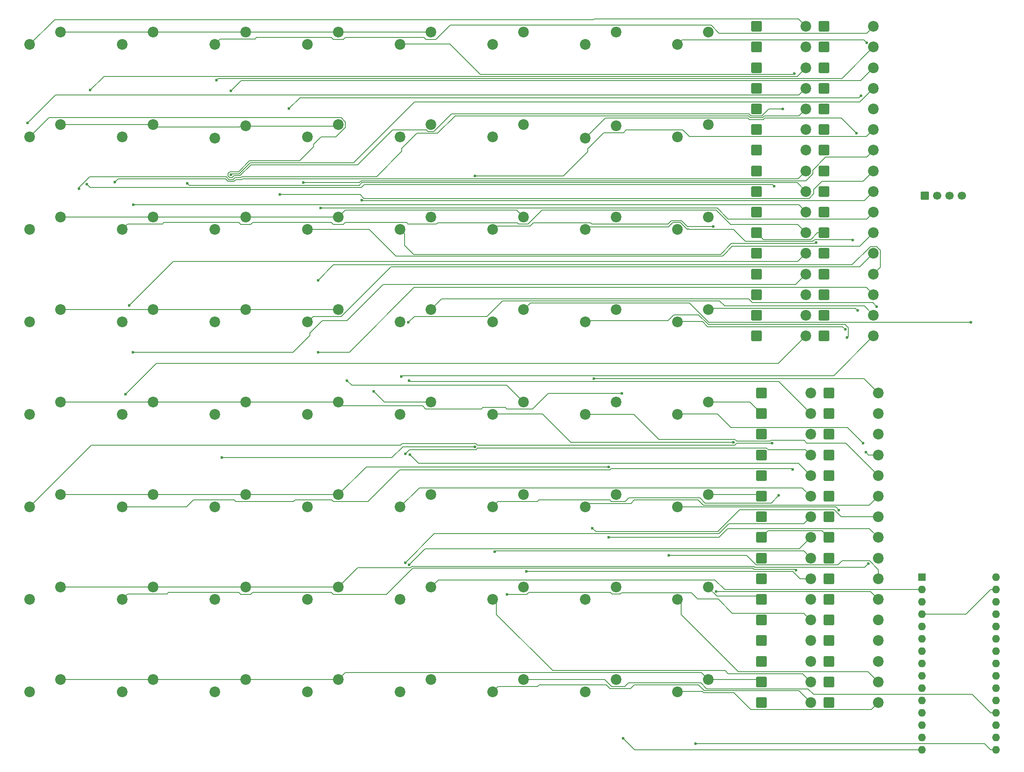
<source format=gbr>
%TF.GenerationSoftware,KiCad,Pcbnew,9.0.7*%
%TF.CreationDate,2026-02-25T16:19:16+04:00*%
%TF.ProjectId,Launchpad v1,4c61756e-6368-4706-9164-2076312e6b69,rev?*%
%TF.SameCoordinates,Original*%
%TF.FileFunction,Copper,L1,Top*%
%TF.FilePolarity,Positive*%
%FSLAX46Y46*%
G04 Gerber Fmt 4.6, Leading zero omitted, Abs format (unit mm)*
G04 Created by KiCad (PCBNEW 9.0.7) date 2026-02-25 16:19:16*
%MOMM*%
%LPD*%
G01*
G04 APERTURE LIST*
G04 Aperture macros list*
%AMRoundRect*
0 Rectangle with rounded corners*
0 $1 Rounding radius*
0 $2 $3 $4 $5 $6 $7 $8 $9 X,Y pos of 4 corners*
0 Add a 4 corners polygon primitive as box body*
4,1,4,$2,$3,$4,$5,$6,$7,$8,$9,$2,$3,0*
0 Add four circle primitives for the rounded corners*
1,1,$1+$1,$2,$3*
1,1,$1+$1,$4,$5*
1,1,$1+$1,$6,$7*
1,1,$1+$1,$8,$9*
0 Add four rect primitives between the rounded corners*
20,1,$1+$1,$2,$3,$4,$5,0*
20,1,$1+$1,$4,$5,$6,$7,0*
20,1,$1+$1,$6,$7,$8,$9,0*
20,1,$1+$1,$8,$9,$2,$3,0*%
G04 Aperture macros list end*
%TA.AperFunction,ComponentPad*%
%ADD10RoundRect,0.249999X-0.850001X-0.850001X0.850001X-0.850001X0.850001X0.850001X-0.850001X0.850001X0*%
%TD*%
%TA.AperFunction,ComponentPad*%
%ADD11C,2.200000*%
%TD*%
%TA.AperFunction,ComponentPad*%
%ADD12RoundRect,0.170000X-0.680000X-0.680000X0.680000X-0.680000X0.680000X0.680000X-0.680000X0.680000X0*%
%TD*%
%TA.AperFunction,ComponentPad*%
%ADD13C,1.700000*%
%TD*%
%TA.AperFunction,ComponentPad*%
%ADD14R,1.600000X1.600000*%
%TD*%
%TA.AperFunction,ComponentPad*%
%ADD15O,1.600000X1.600000*%
%TD*%
%TA.AperFunction,ViaPad*%
%ADD16C,0.600000*%
%TD*%
%TA.AperFunction,Conductor*%
%ADD17C,0.200000*%
%TD*%
G04 APERTURE END LIST*
D10*
%TO.P,D49,1,K*%
%TO.N,COL 1*%
X191868800Y-100193700D03*
D11*
%TO.P,D49,2,A*%
%TO.N,Net-(D49-A)*%
X202028800Y-100193700D03*
%TD*%
D10*
%TO.P,D50,1,K*%
%TO.N,COL 1*%
X191868800Y-104443700D03*
D11*
%TO.P,D50,2,A*%
%TO.N,Net-(D50-A)*%
X202028800Y-104443700D03*
%TD*%
D10*
%TO.P,D55,1,K*%
%TO.N,COL 1*%
X191868800Y-125693700D03*
D11*
%TO.P,D55,2,A*%
%TO.N,Net-(D55-A)*%
X202028800Y-125693700D03*
%TD*%
D10*
%TO.P,D51,1,K*%
%TO.N,COL 1*%
X191868800Y-108693700D03*
D11*
%TO.P,D51,2,A*%
%TO.N,Net-(D51-A)*%
X202028800Y-108693700D03*
%TD*%
D10*
%TO.P,D54,1,K*%
%TO.N,COL 1*%
X191868800Y-121443700D03*
D11*
%TO.P,D54,2,A*%
%TO.N,Net-(D54-A)*%
X202028800Y-121443700D03*
%TD*%
D10*
%TO.P,D56,1,K*%
%TO.N,COL 1*%
X191868800Y-129943700D03*
D11*
%TO.P,D56,2,A*%
%TO.N,Net-(D56-A)*%
X202028800Y-129943700D03*
%TD*%
D10*
%TO.P,D63,1,K*%
%TO.N,COL 1*%
X191868800Y-159693700D03*
D11*
%TO.P,D63,2,A*%
%TO.N,Net-(D63-A)*%
X202028800Y-159693700D03*
%TD*%
D10*
%TO.P,D52,1,K*%
%TO.N,COL 1*%
X191868800Y-112943700D03*
D11*
%TO.P,D52,2,A*%
%TO.N,Net-(D52-A)*%
X202028800Y-112943700D03*
%TD*%
D10*
%TO.P,D53,1,K*%
%TO.N,COL 1*%
X191868800Y-117193700D03*
D11*
%TO.P,D53,2,A*%
%TO.N,Net-(D53-A)*%
X202028800Y-117193700D03*
%TD*%
D10*
%TO.P,D60,1,K*%
%TO.N,COL 1*%
X191868800Y-146943700D03*
D11*
%TO.P,D60,2,A*%
%TO.N,Net-(D60-A)*%
X202028800Y-146943700D03*
%TD*%
D10*
%TO.P,D61,1,K*%
%TO.N,COL 1*%
X191868800Y-151193700D03*
D11*
%TO.P,D61,2,A*%
%TO.N,Net-(D61-A)*%
X202028800Y-151193700D03*
%TD*%
D10*
%TO.P,D57,1,K*%
%TO.N,COL 1*%
X191868800Y-134193700D03*
D11*
%TO.P,D57,2,A*%
%TO.N,Net-(D57-A)*%
X202028800Y-134193700D03*
%TD*%
D10*
%TO.P,D58,1,K*%
%TO.N,COL 1*%
X191868800Y-138443700D03*
D11*
%TO.P,D58,2,A*%
%TO.N,Net-(D58-A)*%
X202028800Y-138443700D03*
%TD*%
D10*
%TO.P,D59,1,K*%
%TO.N,COL 1*%
X191868800Y-142693700D03*
D11*
%TO.P,D59,2,A*%
%TO.N,Net-(D59-A)*%
X202028800Y-142693700D03*
%TD*%
D10*
%TO.P,D62,1,K*%
%TO.N,COL 1*%
X191868800Y-155443700D03*
D11*
%TO.P,D62,2,A*%
%TO.N,Net-(D62-A)*%
X202028800Y-155443700D03*
%TD*%
%TO.P,SW59,2,2*%
%TO.N,Net-(D59-A)*%
X160710000Y-66516200D03*
%TO.P,SW59,1,1*%
%TO.N,COL 2*%
X167060000Y-63976200D03*
%TD*%
%TO.P,SW57,1,1*%
%TO.N,COL 2*%
X167060000Y-25876200D03*
%TO.P,SW57,2,2*%
%TO.N,Net-(D57-A)*%
X160710000Y-28416200D03*
%TD*%
%TO.P,SW58,1,1*%
%TO.N,COL 2*%
X167060000Y-44926200D03*
%TO.P,SW58,2,2*%
%TO.N,Net-(D58-A)*%
X160710000Y-47466200D03*
%TD*%
%TO.P,SW60,2,2*%
%TO.N,Net-(D60-A)*%
X160710000Y-85566200D03*
%TO.P,SW60,1,1*%
%TO.N,COL 2*%
X167060000Y-83026200D03*
%TD*%
%TO.P,D31,2,A*%
%TO.N,Net-(D31-A)*%
X201037500Y-84187500D03*
D10*
%TO.P,D31,1,K*%
%TO.N,COL 1*%
X190877500Y-84187500D03*
%TD*%
D11*
%TO.P,D35,2,A*%
%TO.N,Net-(D35-A)*%
X188118800Y-108693700D03*
D10*
%TO.P,D35,1,K*%
%TO.N,COL 1*%
X177958800Y-108693700D03*
%TD*%
D11*
%TO.P,D33,2,A*%
%TO.N,Net-(D33-A)*%
X188118800Y-100193700D03*
D10*
%TO.P,D33,1,K*%
%TO.N,COL 1*%
X177958800Y-100193700D03*
%TD*%
D11*
%TO.P,D40,2,A*%
%TO.N,Net-(D40-A)*%
X188118800Y-129943700D03*
D10*
%TO.P,D40,1,K*%
%TO.N,COL 1*%
X177958800Y-129943700D03*
%TD*%
D11*
%TO.P,D38,2,A*%
%TO.N,Net-(D38-A)*%
X188118800Y-121443700D03*
D10*
%TO.P,D38,1,K*%
%TO.N,COL 1*%
X177958800Y-121443700D03*
%TD*%
D11*
%TO.P,D43,2,A*%
%TO.N,Net-(D43-A)*%
X188118800Y-142693700D03*
D10*
%TO.P,D43,1,K*%
%TO.N,COL 1*%
X177958800Y-142693700D03*
%TD*%
D11*
%TO.P,D34,2,A*%
%TO.N,Net-(D34-A)*%
X188118800Y-104443700D03*
D10*
%TO.P,D34,1,K*%
%TO.N,COL 1*%
X177958800Y-104443700D03*
%TD*%
D11*
%TO.P,D36,2,A*%
%TO.N,Net-(D36-A)*%
X188118800Y-112943700D03*
D10*
%TO.P,D36,1,K*%
%TO.N,COL 1*%
X177958800Y-112943700D03*
%TD*%
D11*
%TO.P,D30,2,A*%
%TO.N,Net-(D30-A)*%
X201037500Y-79937500D03*
D10*
%TO.P,D30,1,K*%
%TO.N,COL 1*%
X190877500Y-79937500D03*
%TD*%
D11*
%TO.P,D32,2,A*%
%TO.N,Net-(D32-A)*%
X201037500Y-88437500D03*
D10*
%TO.P,D32,1,K*%
%TO.N,COL 1*%
X190877500Y-88437500D03*
%TD*%
D11*
%TO.P,D37,2,A*%
%TO.N,Net-(D37-A)*%
X188118800Y-117193700D03*
D10*
%TO.P,D37,1,K*%
%TO.N,COL 1*%
X177958800Y-117193700D03*
%TD*%
D11*
%TO.P,D39,2,A*%
%TO.N,Net-(D39-A)*%
X188118800Y-125693700D03*
D10*
%TO.P,D39,1,K*%
%TO.N,COL 1*%
X177958800Y-125693700D03*
%TD*%
D11*
%TO.P,D41,2,A*%
%TO.N,Net-(D41-A)*%
X188118800Y-134193700D03*
D10*
%TO.P,D41,1,K*%
%TO.N,COL 1*%
X177958800Y-134193700D03*
%TD*%
D11*
%TO.P,D42,2,A*%
%TO.N,Net-(D42-A)*%
X188118800Y-138443700D03*
D10*
%TO.P,D42,1,K*%
%TO.N,COL 1*%
X177958800Y-138443700D03*
%TD*%
D11*
%TO.P,D48,2,A*%
%TO.N,Net-(D48-A)*%
X188118800Y-163943700D03*
D10*
%TO.P,D48,1,K*%
%TO.N,COL 1*%
X177958800Y-163943700D03*
%TD*%
D11*
%TO.P,D44,2,A*%
%TO.N,Net-(D44-A)*%
X188118800Y-146943700D03*
D10*
%TO.P,D44,1,K*%
%TO.N,COL 1*%
X177958800Y-146943700D03*
%TD*%
D11*
%TO.P,D47,2,A*%
%TO.N,Net-(D47-A)*%
X188118800Y-159693700D03*
D10*
%TO.P,D47,1,K*%
%TO.N,COL 1*%
X177958800Y-159693700D03*
%TD*%
D11*
%TO.P,D46,2,A*%
%TO.N,Net-(D46-A)*%
X188118800Y-155443700D03*
D10*
%TO.P,D46,1,K*%
%TO.N,COL 1*%
X177958800Y-155443700D03*
%TD*%
D11*
%TO.P,D45,2,A*%
%TO.N,Net-(D45-A)*%
X188118800Y-151193700D03*
D10*
%TO.P,D45,1,K*%
%TO.N,COL 1*%
X177958800Y-151193700D03*
%TD*%
D11*
%TO.P,D64,2,A*%
%TO.N,Net-(D64-A)*%
X202028800Y-163943700D03*
D10*
%TO.P,D64,1,K*%
%TO.N,COL 1*%
X191868800Y-163943700D03*
%TD*%
D11*
%TO.P,D1,2,A*%
%TO.N,Net-(D1-A)*%
X187127500Y-24687500D03*
D10*
%TO.P,D1,1,K*%
%TO.N,COL 1*%
X176967500Y-24687500D03*
%TD*%
D11*
%TO.P,D5,2,A*%
%TO.N,Net-(D5-A)*%
X187127500Y-41687500D03*
D10*
%TO.P,D5,1,K*%
%TO.N,COL 1*%
X176967500Y-41687500D03*
%TD*%
D11*
%TO.P,D2,2,A*%
%TO.N,Net-(D2-A)*%
X187127500Y-28937500D03*
D10*
%TO.P,D2,1,K*%
%TO.N,COL 1*%
X176967500Y-28937500D03*
%TD*%
D11*
%TO.P,D8,2,A*%
%TO.N,Net-(D8-A)*%
X187127500Y-54437500D03*
D10*
%TO.P,D8,1,K*%
%TO.N,COL 1*%
X176967500Y-54437500D03*
%TD*%
D11*
%TO.P,D3,2,A*%
%TO.N,Net-(D3-A)*%
X187127500Y-33187500D03*
D10*
%TO.P,D3,1,K*%
%TO.N,COL 1*%
X176967500Y-33187500D03*
%TD*%
D11*
%TO.P,D4,2,A*%
%TO.N,Net-(D4-A)*%
X187127500Y-37437500D03*
D10*
%TO.P,D4,1,K*%
%TO.N,COL 1*%
X176967500Y-37437500D03*
%TD*%
D11*
%TO.P,D6,2,A*%
%TO.N,Net-(D6-A)*%
X187127500Y-45937500D03*
D10*
%TO.P,D6,1,K*%
%TO.N,COL 1*%
X176967500Y-45937500D03*
%TD*%
D11*
%TO.P,D7,2,A*%
%TO.N,Net-(D7-A)*%
X187127500Y-50187500D03*
D10*
%TO.P,D7,1,K*%
%TO.N,COL 1*%
X176967500Y-50187500D03*
%TD*%
D11*
%TO.P,D12,2,A*%
%TO.N,Net-(D12-A)*%
X187127500Y-71437500D03*
D10*
%TO.P,D12,1,K*%
%TO.N,COL 1*%
X176967500Y-71437500D03*
%TD*%
D11*
%TO.P,D13,2,A*%
%TO.N,Net-(D13-A)*%
X187127500Y-75687500D03*
D10*
%TO.P,D13,1,K*%
%TO.N,COL 1*%
X176967500Y-75687500D03*
%TD*%
D11*
%TO.P,D19,2,A*%
%TO.N,Net-(D19-A)*%
X201037500Y-33187500D03*
D10*
%TO.P,D19,1,K*%
%TO.N,COL 1*%
X190877500Y-33187500D03*
%TD*%
D11*
%TO.P,D17,2,A*%
%TO.N,Net-(D17-A)*%
X201037500Y-24687500D03*
D10*
%TO.P,D17,1,K*%
%TO.N,COL 1*%
X190877500Y-24687500D03*
%TD*%
D11*
%TO.P,D15,2,A*%
%TO.N,Net-(D15-A)*%
X187127500Y-84187500D03*
D10*
%TO.P,D15,1,K*%
%TO.N,COL 1*%
X176967500Y-84187500D03*
%TD*%
D11*
%TO.P,D14,2,A*%
%TO.N,Net-(D14-A)*%
X187127500Y-79937500D03*
D10*
%TO.P,D14,1,K*%
%TO.N,COL 1*%
X176967500Y-79937500D03*
%TD*%
D11*
%TO.P,D9,2,A*%
%TO.N,Net-(D9-A)*%
X187127500Y-58687500D03*
D10*
%TO.P,D9,1,K*%
%TO.N,COL 1*%
X176967500Y-58687500D03*
%TD*%
D11*
%TO.P,D10,2,A*%
%TO.N,Net-(D10-A)*%
X187127500Y-62937500D03*
D10*
%TO.P,D10,1,K*%
%TO.N,COL 1*%
X176967500Y-62937500D03*
%TD*%
D11*
%TO.P,D11,2,A*%
%TO.N,Net-(D11-A)*%
X187127500Y-67187500D03*
D10*
%TO.P,D11,1,K*%
%TO.N,COL 1*%
X176967500Y-67187500D03*
%TD*%
D11*
%TO.P,D16,2,A*%
%TO.N,Net-(D16-A)*%
X187127500Y-88437500D03*
D10*
%TO.P,D16,1,K*%
%TO.N,COL 1*%
X176967500Y-88437500D03*
%TD*%
D11*
%TO.P,D18,2,A*%
%TO.N,Net-(D18-A)*%
X201037500Y-28937500D03*
D10*
%TO.P,D18,1,K*%
%TO.N,COL 1*%
X190877500Y-28937500D03*
%TD*%
D11*
%TO.P,D24,2,A*%
%TO.N,Net-(D24-A)*%
X201037500Y-54437500D03*
D10*
%TO.P,D24,1,K*%
%TO.N,COL 1*%
X190877500Y-54437500D03*
%TD*%
D11*
%TO.P,D23,2,A*%
%TO.N,Net-(D23-A)*%
X201037500Y-50187500D03*
D10*
%TO.P,D23,1,K*%
%TO.N,COL 1*%
X190877500Y-50187500D03*
%TD*%
D11*
%TO.P,D26,2,A*%
%TO.N,Net-(D26-A)*%
X201037500Y-62937500D03*
D10*
%TO.P,D26,1,K*%
%TO.N,COL 1*%
X190877500Y-62937500D03*
%TD*%
D11*
%TO.P,D21,2,A*%
%TO.N,Net-(D21-A)*%
X201037500Y-41687500D03*
D10*
%TO.P,D21,1,K*%
%TO.N,COL 1*%
X190877500Y-41687500D03*
%TD*%
D11*
%TO.P,D22,2,A*%
%TO.N,Net-(D22-A)*%
X201037500Y-45937500D03*
D10*
%TO.P,D22,1,K*%
%TO.N,COL 1*%
X190877500Y-45937500D03*
%TD*%
D11*
%TO.P,D27,2,A*%
%TO.N,Net-(D27-A)*%
X201037500Y-67187500D03*
D10*
%TO.P,D27,1,K*%
%TO.N,COL 1*%
X190877500Y-67187500D03*
%TD*%
D11*
%TO.P,D28,2,A*%
%TO.N,Net-(D28-A)*%
X201037500Y-71437500D03*
D10*
%TO.P,D28,1,K*%
%TO.N,COL 1*%
X190877500Y-71437500D03*
%TD*%
D11*
%TO.P,D20,2,A*%
%TO.N,Net-(D20-A)*%
X201037500Y-37437500D03*
D10*
%TO.P,D20,1,K*%
%TO.N,COL 1*%
X190877500Y-37437500D03*
%TD*%
D11*
%TO.P,D25,2,A*%
%TO.N,Net-(D25-A)*%
X201037500Y-58687500D03*
D10*
%TO.P,D25,1,K*%
%TO.N,COL 1*%
X190877500Y-58687500D03*
%TD*%
D11*
%TO.P,D29,2,A*%
%TO.N,Net-(D29-A)*%
X201037500Y-75687500D03*
D10*
%TO.P,D29,1,K*%
%TO.N,COL 1*%
X190877500Y-75687500D03*
%TD*%
D11*
%TO.P,SW61,1,1*%
%TO.N,COL 1*%
X167060000Y-102076200D03*
%TO.P,SW61,2,2*%
%TO.N,Net-(D61-A)*%
X160710000Y-104616200D03*
%TD*%
%TO.P,SW63,1,1*%
%TO.N,COL 1*%
X167060000Y-140176200D03*
%TO.P,SW63,2,2*%
%TO.N,Net-(D63-A)*%
X160710000Y-142716200D03*
%TD*%
%TO.P,SW62,1,1*%
%TO.N,COL 1*%
X167060000Y-121126200D03*
%TO.P,SW62,2,2*%
%TO.N,Net-(D62-A)*%
X160710000Y-123666200D03*
%TD*%
%TO.P,SW64,1,1*%
%TO.N,COL 1*%
X167060000Y-159226200D03*
%TO.P,SW64,2,2*%
%TO.N,Net-(D64-A)*%
X160710000Y-161766200D03*
%TD*%
%TO.P,SW48,2,2*%
%TO.N,Net-(D48-A)*%
X122713800Y-161766200D03*
%TO.P,SW48,1,1*%
%TO.N,COL 5*%
X129063800Y-159226200D03*
%TD*%
%TO.P,SW47,2,2*%
%TO.N,Net-(D47-A)*%
X122713800Y-142716200D03*
%TO.P,SW47,1,1*%
%TO.N,COL 5*%
X129063800Y-140176200D03*
%TD*%
%TO.P,SW46,2,2*%
%TO.N,Net-(D46-A)*%
X122713800Y-123666200D03*
%TO.P,SW46,1,1*%
%TO.N,COL 5*%
X129063800Y-121126200D03*
%TD*%
%TO.P,SW45,2,2*%
%TO.N,Net-(D45-A)*%
X122713800Y-104616200D03*
%TO.P,SW45,1,1*%
%TO.N,COL 5*%
X129063800Y-102076200D03*
%TD*%
%TO.P,SW43,2,2*%
%TO.N,Net-(D43-A)*%
X122713800Y-66516200D03*
%TO.P,SW43,1,1*%
%TO.N,COL 6*%
X129063800Y-63976200D03*
%TD*%
%TO.P,SW39,2,2*%
%TO.N,Net-(D39-A)*%
X103663800Y-142716200D03*
%TO.P,SW39,1,1*%
%TO.N,COL 7*%
X110013800Y-140176200D03*
%TD*%
%TO.P,SW38,2,2*%
%TO.N,Net-(D38-A)*%
X103663800Y-123666200D03*
%TO.P,SW38,1,1*%
%TO.N,COL 7*%
X110013800Y-121126200D03*
%TD*%
%TO.P,SW37,2,2*%
%TO.N,Net-(D37-A)*%
X103663800Y-104616200D03*
%TO.P,SW37,1,1*%
%TO.N,COL 7*%
X110013800Y-102076200D03*
%TD*%
%TO.P,SW35,2,2*%
%TO.N,Net-(D35-A)*%
X103663800Y-66516200D03*
%TO.P,SW35,1,1*%
%TO.N,COL 8*%
X110013800Y-63976200D03*
%TD*%
%TO.P,SW32,2,2*%
%TO.N,Net-(D32-A)*%
X84613800Y-161766200D03*
%TO.P,SW32,1,1*%
%TO.N,COL 1*%
X90963800Y-159226200D03*
%TD*%
%TO.P,SW41,2,2*%
%TO.N,Net-(D41-A)*%
X122713800Y-28416200D03*
%TO.P,SW41,1,1*%
%TO.N,COL 6*%
X129063800Y-25876200D03*
%TD*%
%TO.P,SW44,2,2*%
%TO.N,Net-(D44-A)*%
X122713800Y-85566200D03*
%TO.P,SW44,1,1*%
%TO.N,COL 6*%
X129063800Y-83026200D03*
%TD*%
%TO.P,SW42,2,2*%
%TO.N,Net-(D42-A)*%
X122713800Y-47466200D03*
%TO.P,SW42,1,1*%
%TO.N,COL 6*%
X129063800Y-44926200D03*
%TD*%
%TO.P,SW40,2,2*%
%TO.N,Net-(D40-A)*%
X103663800Y-161766200D03*
%TO.P,SW40,1,1*%
%TO.N,COL 7*%
X110013800Y-159226200D03*
%TD*%
%TO.P,SW34,2,2*%
%TO.N,Net-(D34-A)*%
X103663800Y-47466200D03*
%TO.P,SW34,1,1*%
%TO.N,COL 8*%
X110013800Y-44926200D03*
%TD*%
%TO.P,SW30,2,2*%
%TO.N,Net-(D30-A)*%
X84613800Y-123666200D03*
%TO.P,SW30,1,1*%
%TO.N,COL 3*%
X90963800Y-121126200D03*
%TD*%
%TO.P,SW36,2,2*%
%TO.N,Net-(D36-A)*%
X103663800Y-85566200D03*
%TO.P,SW36,1,1*%
%TO.N,COL 8*%
X110013800Y-83026200D03*
%TD*%
%TO.P,SW33,2,2*%
%TO.N,Net-(D33-A)*%
X103663800Y-28416200D03*
%TO.P,SW33,1,1*%
%TO.N,COL 8*%
X110013800Y-25876200D03*
%TD*%
%TO.P,SW31,2,2*%
%TO.N,Net-(D31-A)*%
X84613800Y-142716200D03*
%TO.P,SW31,1,1*%
%TO.N,COL 2*%
X90963800Y-140176200D03*
%TD*%
%TO.P,SW29,2,2*%
%TO.N,Net-(D29-A)*%
X84613800Y-104616200D03*
%TO.P,SW29,1,1*%
%TO.N,COL 4*%
X90963800Y-102076200D03*
%TD*%
%TO.P,SW26,2,2*%
%TO.N,Net-(D26-A)*%
X84613800Y-47466200D03*
%TO.P,SW26,1,1*%
%TO.N,COL 7*%
X90963800Y-44926200D03*
%TD*%
%TO.P,SW25,2,2*%
%TO.N,Net-(D25-A)*%
X84613800Y-28416200D03*
%TO.P,SW25,1,1*%
%TO.N,COL 8*%
X90963800Y-25876200D03*
%TD*%
%TO.P,SW28,2,2*%
%TO.N,Net-(D28-A)*%
X84613800Y-85566200D03*
%TO.P,SW28,1,1*%
%TO.N,COL 5*%
X90963800Y-83026200D03*
%TD*%
%TO.P,SW27,2,2*%
%TO.N,Net-(D27-A)*%
X84613800Y-66516200D03*
%TO.P,SW27,1,1*%
%TO.N,COL 6*%
X90963800Y-63976200D03*
%TD*%
%TO.P,SW22,2,2*%
%TO.N,Net-(D22-A)*%
X65563800Y-123666200D03*
%TO.P,SW22,1,1*%
%TO.N,COL 3*%
X71913800Y-121126200D03*
%TD*%
%TO.P,SW19,2,2*%
%TO.N,Net-(D19-A)*%
X65563800Y-66516200D03*
%TO.P,SW19,1,1*%
%TO.N,COL 6*%
X71913800Y-63976200D03*
%TD*%
%TO.P,SW24,2,2*%
%TO.N,Net-(D24-A)*%
X65563800Y-161766200D03*
%TO.P,SW24,1,1*%
%TO.N,COL 1*%
X71913800Y-159226200D03*
%TD*%
%TO.P,SW16,2,2*%
%TO.N,Net-(D16-A)*%
X46513800Y-161766200D03*
%TO.P,SW16,1,1*%
%TO.N,COL 1*%
X52863800Y-159226200D03*
%TD*%
%TO.P,SW21,2,2*%
%TO.N,Net-(D21-A)*%
X65563800Y-104616200D03*
%TO.P,SW21,1,1*%
%TO.N,COL 4*%
X71913800Y-102076200D03*
%TD*%
%TO.P,SW18,2,2*%
%TO.N,Net-(D18-A)*%
X65563800Y-47681200D03*
%TO.P,SW18,1,1*%
%TO.N,COL 7*%
X71913800Y-45141200D03*
%TD*%
%TO.P,SW17,2,2*%
%TO.N,Net-(D17-A)*%
X65563800Y-28416200D03*
%TO.P,SW17,1,1*%
%TO.N,COL 8*%
X71913800Y-25876200D03*
%TD*%
%TO.P,SW23,2,2*%
%TO.N,Net-(D23-A)*%
X65563800Y-142716200D03*
%TO.P,SW23,1,1*%
%TO.N,COL 2*%
X71913800Y-140176200D03*
%TD*%
%TO.P,SW20,2,2*%
%TO.N,Net-(D20-A)*%
X65563800Y-85566200D03*
%TO.P,SW20,1,1*%
%TO.N,COL 5*%
X71913800Y-83026200D03*
%TD*%
%TO.P,SW15,2,2*%
%TO.N,Net-(D15-A)*%
X46513800Y-142716200D03*
%TO.P,SW15,1,1*%
%TO.N,COL 2*%
X52863800Y-140176200D03*
%TD*%
%TO.P,SW14,2,2*%
%TO.N,Net-(D14-A)*%
X46513800Y-123666200D03*
%TO.P,SW14,1,1*%
%TO.N,COL 3*%
X52863800Y-121126200D03*
%TD*%
%TO.P,SW12,2,2*%
%TO.N,Net-(D12-A)*%
X46513800Y-85566200D03*
%TO.P,SW12,1,1*%
%TO.N,COL 5*%
X52863800Y-83026200D03*
%TD*%
%TO.P,SW11,2,2*%
%TO.N,Net-(D11-A)*%
X46513800Y-66516200D03*
%TO.P,SW11,1,1*%
%TO.N,COL 6*%
X52863800Y-63976200D03*
%TD*%
%TO.P,SW9,2,2*%
%TO.N,Net-(D9-A)*%
X46513800Y-28416200D03*
%TO.P,SW9,1,1*%
%TO.N,COL 8*%
X52863800Y-25876200D03*
%TD*%
%TO.P,SW8,2,2*%
%TO.N,Net-(D8-A)*%
X27463800Y-161766200D03*
%TO.P,SW8,1,1*%
%TO.N,COL 1*%
X33813800Y-159226200D03*
%TD*%
%TO.P,SW4,2,2*%
%TO.N,Net-(D4-A)*%
X27463800Y-85566200D03*
%TO.P,SW4,1,1*%
%TO.N,COL 5*%
X33813800Y-83026200D03*
%TD*%
%TO.P,SW7,2,2*%
%TO.N,Net-(D7-A)*%
X27463800Y-142716200D03*
%TO.P,SW7,1,1*%
%TO.N,COL 2*%
X33813800Y-140176200D03*
%TD*%
%TO.P,SW6,2,2*%
%TO.N,Net-(D6-A)*%
X27463800Y-123666200D03*
%TO.P,SW6,1,1*%
%TO.N,COL 3*%
X33813800Y-121126200D03*
%TD*%
%TO.P,SW13,2,2*%
%TO.N,Net-(D13-A)*%
X46513800Y-104616200D03*
%TO.P,SW13,1,1*%
%TO.N,COL 4*%
X52863800Y-102076200D03*
%TD*%
%TO.P,SW2,2,2*%
%TO.N,Net-(D2-A)*%
X27463800Y-47466200D03*
%TO.P,SW2,1,1*%
%TO.N,COL 7*%
X33813800Y-44926200D03*
%TD*%
%TO.P,SW10,2,2*%
%TO.N,Net-(D10-A)*%
X46513800Y-47466200D03*
%TO.P,SW10,1,1*%
%TO.N,COL 7*%
X52863800Y-44926200D03*
%TD*%
%TO.P,SW5,2,2*%
%TO.N,Net-(D5-A)*%
X27463800Y-104616200D03*
%TO.P,SW5,1,1*%
%TO.N,COL 4*%
X33813800Y-102076200D03*
%TD*%
%TO.P,SW3,2,2*%
%TO.N,Net-(D3-A)*%
X27463800Y-66516200D03*
%TO.P,SW3,1,1*%
%TO.N,COL 6*%
X33813800Y-63976200D03*
%TD*%
%TO.P,SW1,2,2*%
%TO.N,Net-(D1-A)*%
X27463800Y-28416200D03*
%TO.P,SW1,1,1*%
%TO.N,COL 8*%
X33813800Y-25876200D03*
%TD*%
%TO.P,SW56,2,2*%
%TO.N,Net-(D56-A)*%
X141763800Y-161766200D03*
%TO.P,SW56,1,1*%
%TO.N,COL 3*%
X148113800Y-159226200D03*
%TD*%
%TO.P,SW51,2,2*%
%TO.N,Net-(D51-A)*%
X141763800Y-66516200D03*
%TO.P,SW51,1,1*%
%TO.N,COL 4*%
X148113800Y-63976200D03*
%TD*%
%TO.P,SW53,2,2*%
%TO.N,Net-(D53-A)*%
X141763800Y-104616200D03*
%TO.P,SW53,1,1*%
%TO.N,COL 3*%
X148113800Y-102076200D03*
%TD*%
%TO.P,SW54,2,2*%
%TO.N,Net-(D54-A)*%
X141763800Y-123666200D03*
%TO.P,SW54,1,1*%
%TO.N,COL 3*%
X148113800Y-121126200D03*
%TD*%
%TO.P,SW52,2,2*%
%TO.N,Net-(D52-A)*%
X141763800Y-85566200D03*
%TO.P,SW52,1,1*%
%TO.N,COL 4*%
X148113800Y-83026200D03*
%TD*%
%TO.P,SW49,2,2*%
%TO.N,Net-(D49-A)*%
X141763800Y-28416200D03*
%TO.P,SW49,1,1*%
%TO.N,COL 4*%
X148113800Y-25876200D03*
%TD*%
%TO.P,SW50,2,2*%
%TO.N,Net-(D50-A)*%
X141763800Y-47681200D03*
%TO.P,SW50,1,1*%
%TO.N,COL 4*%
X148113800Y-45141200D03*
%TD*%
%TO.P,SW55,2,2*%
%TO.N,Net-(D55-A)*%
X141763800Y-142716200D03*
%TO.P,SW55,1,1*%
%TO.N,COL 3*%
X148113800Y-140176200D03*
%TD*%
D12*
%TO.P,U1,1,GND*%
%TO.N,GND*%
X211613800Y-59531200D03*
D13*
%TO.P,U1,2,VCC*%
%TO.N,Net-(A1-+5V)*%
X214153800Y-59531200D03*
%TO.P,U1,3,SCL*%
%TO.N,SCL*%
X216693800Y-59531200D03*
%TO.P,U1,4,SDA*%
%TO.N,SDA*%
X219233800Y-59531200D03*
%TD*%
D14*
%TO.P,A1,1,TX1*%
%TO.N,COL 8*%
X210978800Y-138112500D03*
D15*
%TO.P,A1,2,RX1*%
%TO.N,COL 7*%
X210978800Y-140652500D03*
%TO.P,A1,3,~{RESET}*%
%TO.N,unconnected-(A1-~{RESET}-Pad3)*%
X210978800Y-143192500D03*
%TO.P,A1,4,GND*%
%TO.N,GND*%
X210978800Y-145732500D03*
%TO.P,A1,5,D2*%
%TO.N,COL 1*%
X210978800Y-148272500D03*
%TO.P,A1,6,D3*%
X210978800Y-150812500D03*
%TO.P,A1,7,D4*%
X210978800Y-153352500D03*
%TO.P,A1,8,D5*%
X210978800Y-155892500D03*
%TO.P,A1,9,D6*%
X210978800Y-158432500D03*
%TO.P,A1,10,D7*%
X210978800Y-160972500D03*
%TO.P,A1,11,D8*%
X210978800Y-163512500D03*
%TO.P,A1,12,D9*%
X210978800Y-166052500D03*
%TO.P,A1,13,D10*%
X210978800Y-168592500D03*
%TO.P,A1,14,MOSI*%
%TO.N,COL 2*%
X210978800Y-171132500D03*
%TO.P,A1,15,MISO*%
%TO.N,COL 3*%
X210978800Y-173672500D03*
%TO.P,A1,16,SCK*%
%TO.N,COL 4*%
X226218800Y-173672500D03*
%TO.P,A1,17,3V3*%
%TO.N,unconnected-(A1-3V3-Pad17)*%
X226218800Y-171132500D03*
%TO.P,A1,18,AREF*%
%TO.N,unconnected-(A1-AREF-Pad18)*%
X226218800Y-168592500D03*
%TO.P,A1,19,A0*%
%TO.N,COL 5*%
X226218800Y-166052500D03*
%TO.P,A1,20,A1*%
%TO.N,COL 6*%
X226218800Y-163512500D03*
%TO.P,A1,21,A2*%
%TO.N,unconnected-(A1-A2-Pad21)*%
X226218800Y-160972500D03*
%TO.P,A1,22,A3*%
%TO.N,unconnected-(A1-A3-Pad22)*%
X226218800Y-158432500D03*
%TO.P,A1,23,SDA/A4*%
%TO.N,SDA*%
X226218800Y-155892500D03*
%TO.P,A1,24,SCL/A5*%
%TO.N,SCL*%
X226218800Y-153352500D03*
%TO.P,A1,25,A6*%
%TO.N,unconnected-(A1-A6-Pad25)*%
X226218800Y-150812500D03*
%TO.P,A1,26,A7*%
%TO.N,unconnected-(A1-A7-Pad26)*%
X226218800Y-148272500D03*
%TO.P,A1,27,+5V*%
%TO.N,Net-(A1-+5V)*%
X226218800Y-145732500D03*
%TO.P,A1,28,~{RESET}*%
%TO.N,unconnected-(A1-~{RESET}-Pad28)*%
X226218800Y-143192500D03*
%TO.P,A1,29,GND*%
%TO.N,GND*%
X226218800Y-140652500D03*
%TO.P,A1,30,VIN*%
%TO.N,unconnected-(A1-VIN-Pad30)*%
X226218800Y-138112500D03*
%TD*%
D16*
%TO.N,Net-(D62-A)*%
X193921300Y-124303800D03*
%TO.N,Net-(D61-A)*%
X198860500Y-110514500D03*
%TO.N,Net-(D60-A)*%
X195210600Y-87054200D03*
%TO.N,Net-(D59-A)*%
X168651600Y-141048700D03*
%TO.N,Net-(D58-A)*%
X158895500Y-133661700D03*
%TO.N,Net-(D57-A)*%
X199638400Y-28032000D03*
%TO.N,Net-(D56-A)*%
X146538100Y-129928100D03*
%TO.N,Net-(D55-A)*%
X143184400Y-128024500D03*
%TO.N,Net-(D52-A)*%
X195574500Y-88807900D03*
X199460500Y-112368500D03*
%TO.N,Net-(D51-A)*%
X196817800Y-68664400D03*
%TO.N,Net-(D50-A)*%
X197567100Y-46656000D03*
%TO.N,Net-(D49-A)*%
X143550300Y-97219000D03*
%TO.N,Net-(D46-A)*%
X181556900Y-121316800D03*
%TO.N,Net-(D45-A)*%
X172230100Y-110340000D03*
%TO.N,Net-(D44-A)*%
X125623500Y-141689400D03*
%TO.N,Net-(D43-A)*%
X168088200Y-65876900D03*
%TO.N,Net-(D42-A)*%
X129647200Y-136914700D03*
%TO.N,Net-(D41-A)*%
X123154800Y-132919400D03*
%TO.N,Net-(D40-A)*%
X105505900Y-135617800D03*
%TO.N,Net-(D39-A)*%
X104708900Y-135137500D03*
%TO.N,Net-(D37-A)*%
X105700400Y-112915800D03*
%TO.N,Net-(D36-A)*%
X104707300Y-112713500D03*
%TO.N,Net-(D35-A)*%
X189269200Y-69196400D03*
%TO.N,Net-(D34-A)*%
X105505900Y-97629500D03*
%TO.N,Net-(D33-A)*%
X184755200Y-34372500D03*
%TO.N,Net-(D32-A)*%
X103877900Y-96808500D03*
%TO.N,Net-(D31-A)*%
X105358500Y-85644200D03*
%TO.N,Net-(D30-A)*%
X86782100Y-91782000D03*
%TO.N,Net-(D29-A)*%
X86782100Y-76994900D03*
%TO.N,Net-(D26-A)*%
X87319900Y-62106800D03*
%TO.N,Net-(D25-A)*%
X95745500Y-60497300D03*
%TO.N,Net-(D24-A)*%
X78954900Y-59308100D03*
%TO.N,Net-(D23-A)*%
X83704600Y-56822200D03*
%TO.N,Net-(D22-A)*%
X119023800Y-55469100D03*
X119023800Y-111248900D03*
X67015000Y-113496000D03*
%TO.N,Net-(D21-A)*%
X198475600Y-38981500D03*
X80806500Y-41621300D03*
%TO.N,Net-(D20-A)*%
X68855300Y-55227800D03*
%TO.N,Net-(D19-A)*%
X68855300Y-37969800D03*
%TO.N,Net-(D18-A)*%
X65867500Y-35725700D03*
%TO.N,Net-(D16-A)*%
X47183800Y-100439300D03*
%TO.N,Net-(D15-A)*%
X185086100Y-136706500D03*
%TO.N,Net-(D14-A)*%
X184435900Y-115979400D03*
%TO.N,Net-(D13-A)*%
X48653400Y-91782000D03*
%TO.N,Net-(D12-A)*%
X47940700Y-82171400D03*
%TO.N,Net-(D10-A)*%
X48737200Y-61459400D03*
%TO.N,Net-(D9-A)*%
X59891900Y-57050700D03*
%TO.N,Net-(D8-A)*%
X44952900Y-56758500D03*
%TO.N,Net-(D7-A)*%
X180598600Y-57605100D03*
X39198100Y-57146900D03*
%TO.N,Net-(D6-A)*%
X180199300Y-110558200D03*
%TO.N,Net-(D5-A)*%
X37591500Y-58154000D03*
%TO.N,Net-(D4-A)*%
X27026100Y-44569100D03*
%TO.N,Net-(D3-A)*%
X39923000Y-37794900D03*
%TO.N,Net-(D2-A)*%
X182392400Y-41650100D03*
%TO.N,COL 5*%
X92757700Y-97629500D03*
%TO.N,COL 4*%
X164399100Y-172402500D03*
X149253600Y-100281400D03*
%TO.N,COL 6*%
X221055100Y-85620300D03*
%TO.N,COL 2*%
X197749900Y-83167800D03*
X199980100Y-135369800D03*
%TO.N,COL 7*%
X98203000Y-99838300D03*
%TO.N,COL 8*%
X201692700Y-82384100D03*
%TO.N,COL 3*%
X149525900Y-171324500D03*
X146538100Y-115422600D03*
%TD*%
D17*
%TO.N,Net-(D64-A)*%
X200558200Y-165414300D02*
X202028800Y-163943700D01*
X175811100Y-165414300D02*
X200558200Y-165414300D01*
X172324900Y-161928100D02*
X175811100Y-165414300D01*
X166085900Y-161928100D02*
X172324900Y-161928100D01*
X165825700Y-161667900D02*
X166085900Y-161928100D01*
X160808300Y-161667900D02*
X165825700Y-161667900D01*
X160710000Y-161766200D02*
X160808300Y-161667900D01*
%TO.N,Net-(D63-A)*%
X199903700Y-157568600D02*
X202028800Y-159693700D01*
X173220300Y-157568600D02*
X199903700Y-157568600D01*
X161502200Y-145850500D02*
X173220300Y-157568600D01*
X161502200Y-143508400D02*
X161502200Y-145850500D01*
X160710000Y-142716200D02*
X161502200Y-143508400D01*
%TO.N,Net-(D62-A)*%
X193295000Y-123677500D02*
X193921300Y-124303800D01*
X165869900Y-123677500D02*
X193295000Y-123677500D01*
X165823300Y-123630900D02*
X165869900Y-123677500D01*
X160745300Y-123630900D02*
X165823300Y-123630900D01*
X160710000Y-123666200D02*
X160745300Y-123630900D01*
%TO.N,Net-(D61-A)*%
X160798200Y-104528000D02*
X160710000Y-104616200D01*
X168954200Y-104528000D02*
X160798200Y-104528000D01*
X171717200Y-107291000D02*
X168954200Y-104528000D01*
X195637000Y-107291000D02*
X171717200Y-107291000D01*
X198860500Y-110514500D02*
X195637000Y-107291000D01*
%TO.N,Net-(D60-A)*%
X194695200Y-86538800D02*
X195210600Y-87054200D01*
X166896500Y-86538800D02*
X194695200Y-86538800D01*
X165831200Y-85473500D02*
X166896500Y-86538800D01*
X160802700Y-85473500D02*
X165831200Y-85473500D01*
X160710000Y-85566200D02*
X160802700Y-85473500D01*
%TO.N,Net-(D59-A)*%
X200447700Y-141112600D02*
X202028800Y-142693700D01*
X168715500Y-141112600D02*
X200447700Y-141112600D01*
X168651600Y-141048700D02*
X168715500Y-141112600D01*
%TO.N,Net-(D58-A)*%
X174916600Y-133661700D02*
X158895500Y-133661700D01*
X176857800Y-135602900D02*
X174916600Y-133661700D01*
X193719900Y-135602900D02*
X176857800Y-135602900D01*
X194569000Y-134753800D02*
X193719900Y-135602900D01*
X200216800Y-134753800D02*
X194569000Y-134753800D01*
X202028800Y-136565800D02*
X200216800Y-134753800D01*
X202028800Y-138443700D02*
X202028800Y-136565800D01*
%TO.N,Net-(D57-A)*%
X161637300Y-27488900D02*
X160710000Y-28416200D01*
X199095300Y-27488900D02*
X161637300Y-27488900D01*
X199638400Y-28032000D02*
X199095300Y-27488900D01*
%TO.N,Net-(D56-A)*%
X169254000Y-129928100D02*
X170902100Y-128280000D01*
X146538100Y-129928100D02*
X169254000Y-129928100D01*
X170902100Y-128280000D02*
X171068400Y-128113700D01*
X170902100Y-128280000D02*
X171068400Y-128113700D01*
X200198800Y-128113700D02*
X171068400Y-128113700D01*
X202028800Y-129943700D02*
X200198800Y-128113700D01*
%TO.N,Net-(D55-A)*%
X143917800Y-128757900D02*
X143184400Y-128024500D01*
X169030700Y-128757900D02*
X143917800Y-128757900D01*
X173519500Y-124269100D02*
X169030700Y-128757900D01*
X192980800Y-124269100D02*
X173519500Y-124269100D01*
X194405400Y-125693700D02*
X192980800Y-124269100D01*
X202028800Y-125693700D02*
X194405400Y-125693700D01*
%TO.N,Net-(D54-A)*%
X200196700Y-123275800D02*
X202028800Y-121443700D01*
X166036200Y-123275800D02*
X200196700Y-123275800D01*
X164981900Y-122221500D02*
X166036200Y-123275800D01*
X151846100Y-122221500D02*
X164981900Y-122221500D01*
X151108000Y-122959600D02*
X151846100Y-122221500D01*
X142470400Y-122959600D02*
X151108000Y-122959600D01*
X141763800Y-123666200D02*
X142470400Y-122959600D01*
%TO.N,Net-(D53-A)*%
X141820100Y-104559900D02*
X141763800Y-104616200D01*
X151752200Y-104559900D02*
X141820100Y-104559900D01*
X156930600Y-109738300D02*
X151752200Y-104559900D01*
X172479300Y-109738300D02*
X156930600Y-109738300D01*
X172862800Y-110121800D02*
X172479300Y-109738300D01*
X179784900Y-110121800D02*
X172862800Y-110121800D01*
X179950200Y-109956500D02*
X179784900Y-110121800D01*
X186751100Y-109956500D02*
X179950200Y-109956500D01*
X187318100Y-110523500D02*
X186751100Y-109956500D01*
X195358600Y-110523500D02*
X187318100Y-110523500D01*
X202028800Y-117193700D02*
X195358600Y-110523500D01*
%TO.N,Net-(D52-A)*%
X195812400Y-88570000D02*
X195574500Y-88807900D01*
X195812400Y-86752400D02*
X195812400Y-88570000D01*
X195138800Y-86078800D02*
X195812400Y-86752400D01*
X167040000Y-86078800D02*
X195138800Y-86078800D01*
X165059400Y-84098200D02*
X167040000Y-86078800D01*
X159908400Y-84098200D02*
X165059400Y-84098200D01*
X158740500Y-85266100D02*
X159908400Y-84098200D01*
X142063900Y-85266100D02*
X158740500Y-85266100D01*
X141763800Y-85566200D02*
X142063900Y-85266100D01*
X200035700Y-112943700D02*
X199460500Y-112368500D01*
X202028800Y-112943700D02*
X200035700Y-112943700D01*
%TO.N,Net-(D51-A)*%
X142277100Y-66002900D02*
X141763800Y-66516200D01*
X158883300Y-66002900D02*
X142277100Y-66002900D01*
X159785800Y-65100400D02*
X158883300Y-66002900D01*
X161301200Y-65100400D02*
X159785800Y-65100400D01*
X162705200Y-66504400D02*
X161301200Y-65100400D01*
X162871500Y-66338100D02*
X162705200Y-66504400D01*
X162871500Y-66338100D02*
X162705200Y-66504400D01*
X188494000Y-68994800D02*
X188729400Y-68759400D01*
X174720100Y-68994800D02*
X188494000Y-68994800D01*
X172229700Y-66504400D02*
X174720100Y-68994800D01*
X163037800Y-66504400D02*
X172229700Y-66504400D01*
X162871500Y-66338100D02*
X163037800Y-66504400D01*
X188729400Y-68759400D02*
X188894200Y-68594600D01*
X188729400Y-68759400D02*
X188894200Y-68594600D01*
X196748000Y-68594600D02*
X196817800Y-68664400D01*
X188894200Y-68594600D02*
X196748000Y-68594600D01*
%TO.N,Net-(D50-A)*%
X178379100Y-43893500D02*
X178614500Y-43658100D01*
X175556000Y-43893500D02*
X178379100Y-43893500D01*
X175180700Y-43518200D02*
X175556000Y-43893500D01*
X145926800Y-43518200D02*
X175180700Y-43518200D01*
X141763800Y-47681200D02*
X145926800Y-43518200D01*
X194429300Y-43518200D02*
X197567100Y-46656000D01*
X178754400Y-43518200D02*
X194429300Y-43518200D01*
X178614500Y-43658100D02*
X178754400Y-43518200D01*
X178614500Y-43658100D02*
X178754400Y-43518200D01*
%TO.N,Net-(D49-A)*%
X199054100Y-97219000D02*
X143550300Y-97219000D01*
X202028800Y-100193700D02*
X199054100Y-97219000D01*
%TO.N,Net-(D48-A)*%
X185701500Y-161526400D02*
X188118800Y-163943700D01*
X166252200Y-161526400D02*
X185701500Y-161526400D01*
X165048000Y-160322200D02*
X166252200Y-161526400D01*
X151845500Y-160322200D02*
X165048000Y-160322200D01*
X151092300Y-161075400D02*
X151845500Y-160322200D01*
X146830400Y-161075400D02*
X151092300Y-161075400D01*
X146035700Y-160280700D02*
X146830400Y-161075400D01*
X132269000Y-160280700D02*
X146035700Y-160280700D01*
X131891800Y-160657900D02*
X132269000Y-160280700D01*
X123822100Y-160657900D02*
X131891800Y-160657900D01*
X122713800Y-161766200D02*
X123822100Y-160657900D01*
%TO.N,Net-(D47-A)*%
X123494400Y-143496800D02*
X122713800Y-142716200D01*
X123494400Y-145845200D02*
X123494400Y-143496800D01*
X135016100Y-157366900D02*
X123494400Y-145845200D01*
X170522900Y-157366900D02*
X135016100Y-157366900D01*
X171145100Y-157989100D02*
X170522900Y-157366900D01*
X186414200Y-157989100D02*
X171145100Y-157989100D01*
X188118800Y-159693700D02*
X186414200Y-157989100D01*
%TO.N,Net-(D46-A)*%
X123822100Y-122557900D02*
X122713800Y-123666200D01*
X131891800Y-122557900D02*
X123822100Y-122557900D01*
X132197700Y-122252000D02*
X131891800Y-122557900D01*
X146807900Y-122252000D02*
X132197700Y-122252000D01*
X147113800Y-122557900D02*
X146807900Y-122252000D01*
X149989100Y-122557900D02*
X147113800Y-122557900D01*
X150727200Y-121819800D02*
X149989100Y-122557900D01*
X165348400Y-121819800D02*
X150727200Y-121819800D01*
X166402700Y-122874100D02*
X165348400Y-121819800D01*
X179999600Y-122874100D02*
X166402700Y-122874100D01*
X181556900Y-121316800D02*
X179999600Y-122874100D01*
%TO.N,Net-(D45-A)*%
X122783100Y-104546900D02*
X122713800Y-104616200D01*
X132966000Y-104546900D02*
X122783100Y-104546900D01*
X138759100Y-110340000D02*
X132966000Y-104546900D01*
X172230100Y-110340000D02*
X138759100Y-110340000D01*
%TO.N,Net-(D44-A)*%
X129712700Y-141689400D02*
X125623500Y-141689400D01*
X130126100Y-141276000D02*
X129712700Y-141689400D01*
X146928500Y-141276000D02*
X130126100Y-141276000D01*
X147270200Y-141617700D02*
X146928500Y-141276000D01*
X148905300Y-141617700D02*
X147270200Y-141617700D01*
X149210000Y-141313000D02*
X148905300Y-141617700D01*
X163580100Y-141313000D02*
X149210000Y-141313000D01*
X164861500Y-142594400D02*
X163580100Y-141313000D01*
X169063700Y-142594400D02*
X164861500Y-142594400D01*
X172010300Y-145541000D02*
X169063700Y-142594400D01*
X186716100Y-145541000D02*
X172010300Y-145541000D01*
X188118800Y-146943700D02*
X186716100Y-145541000D01*
%TO.N,Net-(D43-A)*%
X123420400Y-65809600D02*
X122713800Y-66516200D01*
X130370000Y-65809600D02*
X123420400Y-65809600D01*
X131076400Y-65103200D02*
X130370000Y-65809600D01*
X142836100Y-65103200D02*
X131076400Y-65103200D01*
X143115600Y-65382700D02*
X142836100Y-65103200D01*
X158735600Y-65382700D02*
X143115600Y-65382700D01*
X159419600Y-64698700D02*
X158735600Y-65382700D01*
X161586500Y-64698700D02*
X159419600Y-64698700D01*
X162764700Y-65876900D02*
X161586500Y-64698700D01*
X168088200Y-65876900D02*
X162764700Y-65876900D01*
%TO.N,Net-(D42-A)*%
X185972500Y-138443700D02*
X188118800Y-138443700D01*
X184443500Y-136914700D02*
X185972500Y-138443700D01*
X129647200Y-136914700D02*
X184443500Y-136914700D01*
%TO.N,Net-(D41-A)*%
X123327800Y-132746400D02*
X123154800Y-132919400D01*
X186671500Y-132746400D02*
X123327800Y-132746400D01*
X188118800Y-134193700D02*
X186671500Y-132746400D01*
%TO.N,Net-(D40-A)*%
X108825100Y-132298600D02*
X105505900Y-135617800D01*
X185763900Y-132298600D02*
X108825100Y-132298600D01*
X188118800Y-129943700D02*
X185763900Y-132298600D01*
%TO.N,Net-(D39-A)*%
X186716200Y-127096300D02*
X188118800Y-125693700D01*
X171307200Y-127096300D02*
X186716200Y-127096300D01*
X169243900Y-129159600D02*
X171307200Y-127096300D01*
X110686800Y-129159600D02*
X169243900Y-129159600D01*
X104708900Y-135137500D02*
X110686800Y-129159600D01*
%TO.N,Net-(D38-A)*%
X186393600Y-119718500D02*
X188118800Y-121443700D01*
X107611500Y-119718500D02*
X186393600Y-119718500D01*
X103663800Y-123666200D02*
X107611500Y-119718500D01*
%TO.N,Net-(D37-A)*%
X107451500Y-114666900D02*
X105700400Y-112915800D01*
X185592000Y-114666900D02*
X107451500Y-114666900D01*
X188118800Y-117193700D02*
X185592000Y-114666900D01*
%TO.N,Net-(D36-A)*%
X187063200Y-111888100D02*
X188118800Y-112943700D01*
X179384800Y-111888100D02*
X187063200Y-111888100D01*
X179384800Y-111888000D02*
X179384800Y-111888100D01*
X179034700Y-111537900D02*
X179384800Y-111888000D01*
X119585700Y-111537900D02*
X179034700Y-111537900D01*
X119273000Y-111850600D02*
X119585700Y-111537900D01*
X105570200Y-111850600D02*
X119273000Y-111850600D01*
X104707300Y-112713500D02*
X105570200Y-111850600D01*
%TO.N,Net-(D35-A)*%
X189069100Y-69396500D02*
X189269200Y-69196400D01*
X171833500Y-69396500D02*
X189069100Y-69396500D01*
X169602200Y-71627800D02*
X171833500Y-69396500D01*
X106404600Y-71627800D02*
X169602200Y-71627800D01*
X104560800Y-69784000D02*
X106404600Y-71627800D01*
X104560800Y-67413200D02*
X104560800Y-69784000D01*
X103663800Y-66516200D02*
X104560800Y-67413200D01*
X189269200Y-69196400D02*
X189194200Y-69271400D01*
X189194200Y-69271400D02*
X189269200Y-69196400D01*
%TO.N,Net-(D34-A)*%
X181495800Y-97820700D02*
X188118800Y-104443700D01*
X105697100Y-97820700D02*
X181495800Y-97820700D01*
X105505900Y-97629500D02*
X105697100Y-97820700D01*
%TO.N,Net-(D33-A)*%
X103737700Y-28342300D02*
X103663800Y-28416200D01*
X113911400Y-28342300D02*
X103737700Y-28342300D01*
X120159200Y-34590100D02*
X113911400Y-28342300D01*
X184537600Y-34590100D02*
X120159200Y-34590100D01*
X184755200Y-34372500D02*
X184537600Y-34590100D01*
%TO.N,Net-(D32-A)*%
X104069100Y-96617300D02*
X103877900Y-96808500D01*
X192857700Y-96617300D02*
X104069100Y-96617300D01*
X201037500Y-88437500D02*
X192857700Y-96617300D01*
%TO.N,Net-(D31-A)*%
X106574800Y-84427900D02*
X105358500Y-85644200D01*
X121506500Y-84427900D02*
X106574800Y-84427900D01*
X124722600Y-81211800D02*
X121506500Y-84427900D01*
X169368100Y-81211800D02*
X124722600Y-81211800D01*
X170413300Y-82257000D02*
X169368100Y-81211800D01*
X199107000Y-82257000D02*
X170413300Y-82257000D01*
X201037500Y-84187500D02*
X199107000Y-82257000D01*
%TO.N,Net-(D30-A)*%
X93238300Y-91782000D02*
X86782100Y-91782000D01*
X106559900Y-78460400D02*
X93238300Y-91782000D01*
X199560400Y-78460400D02*
X106559900Y-78460400D01*
X201037500Y-79937500D02*
X199560400Y-78460400D01*
%TO.N,Net-(D29-A)*%
X202470100Y-74254900D02*
X201037500Y-75687500D01*
X202470100Y-70831200D02*
X202470100Y-74254900D01*
X201674700Y-70035800D02*
X202470100Y-70831200D01*
X200390700Y-70035800D02*
X201674700Y-70035800D01*
X196616300Y-73810200D02*
X200390700Y-70035800D01*
X89966800Y-73810200D02*
X196616300Y-73810200D01*
X86782100Y-76994900D02*
X89966800Y-73810200D01*
%TO.N,Net-(D28-A)*%
X85752100Y-84427900D02*
X84613800Y-85566200D01*
X91544500Y-84427900D02*
X85752100Y-84427900D01*
X101754000Y-74218400D02*
X91544500Y-84427900D01*
X198256600Y-74218400D02*
X101754000Y-74218400D01*
X201037500Y-71437500D02*
X198256600Y-74218400D01*
%TO.N,Net-(D27-A)*%
X169968700Y-72029500D02*
X170204100Y-71794100D01*
X102816800Y-72029500D02*
X169968700Y-72029500D01*
X97255000Y-66467700D02*
X102816800Y-72029500D01*
X84662300Y-66467700D02*
X97255000Y-66467700D01*
X84613800Y-66516200D02*
X84662300Y-66467700D01*
X170204100Y-71794100D02*
X170368900Y-71629300D01*
X170204100Y-71794100D02*
X170368900Y-71629300D01*
X198215800Y-70009200D02*
X201037500Y-67187500D01*
X171989000Y-70009200D02*
X198215800Y-70009200D01*
X170368900Y-71629300D02*
X171989000Y-70009200D01*
%TO.N,Net-(D26-A)*%
X168920600Y-62106800D02*
X87319900Y-62106800D01*
X171160800Y-64347000D02*
X168920600Y-62106800D01*
X199628000Y-64347000D02*
X171160800Y-64347000D01*
X201037500Y-62937500D02*
X199628000Y-64347000D01*
%TO.N,Net-(D25-A)*%
X199148900Y-60576100D02*
X201037500Y-58687500D01*
X95824300Y-60576100D02*
X199148900Y-60576100D01*
X95745500Y-60497300D02*
X95824300Y-60576100D01*
%TO.N,Net-(D24-A)*%
X95407200Y-59308100D02*
X78954900Y-59308100D01*
X96211800Y-60112700D02*
X95407200Y-59308100D01*
X187775200Y-60112700D02*
X96211800Y-60112700D01*
X188752900Y-59135000D02*
X187775200Y-60112700D01*
X188752900Y-58273600D02*
X188752900Y-59135000D01*
X190464000Y-56562500D02*
X188752900Y-58273600D01*
X198912500Y-56562500D02*
X190464000Y-56562500D01*
X201037500Y-54437500D02*
X198912500Y-56562500D01*
%TO.N,Net-(D23-A)*%
X95642700Y-56472600D02*
X95407300Y-56708000D01*
X187136900Y-56472600D02*
X95642700Y-56472600D01*
X188529200Y-55080300D02*
X187136900Y-56472600D01*
X188529200Y-54270500D02*
X188529200Y-55080300D01*
X191209600Y-51590100D02*
X188529200Y-54270500D01*
X199634900Y-51590100D02*
X191209600Y-51590100D01*
X201037500Y-50187500D02*
X199634900Y-51590100D01*
X95293100Y-56822200D02*
X83704600Y-56822200D01*
X95407300Y-56708000D02*
X95293100Y-56822200D01*
X95407300Y-56708000D02*
X95293100Y-56822200D01*
%TO.N,Net-(D22-A)*%
X101971200Y-113496000D02*
X67015000Y-113496000D01*
X104218300Y-111248900D02*
X101971200Y-113496000D01*
X119023800Y-111248900D02*
X104218300Y-111248900D01*
X137234100Y-55469100D02*
X119023800Y-55469100D01*
X142220700Y-50482500D02*
X137234100Y-55469100D01*
X142220700Y-49926400D02*
X142220700Y-50482500D01*
X145574200Y-46572900D02*
X142220700Y-49926400D01*
X149617300Y-46572900D02*
X145574200Y-46572900D01*
X150147900Y-46042300D02*
X149617300Y-46572900D01*
X161817600Y-46042300D02*
X150147900Y-46042300D01*
X163144400Y-47369100D02*
X161817600Y-46042300D01*
X199605900Y-47369100D02*
X163144400Y-47369100D01*
X201037500Y-45937500D02*
X199605900Y-47369100D01*
%TO.N,Net-(D21-A)*%
X83030900Y-39396900D02*
X80806500Y-41621300D01*
X198060200Y-39396900D02*
X83030900Y-39396900D01*
X198475600Y-38981500D02*
X198060200Y-39396900D01*
%TO.N,Net-(D20-A)*%
X198238000Y-40237000D02*
X201037500Y-37437500D01*
X106597000Y-40237000D02*
X198238000Y-40237000D01*
X94062600Y-52771400D02*
X106597000Y-40237000D01*
X72841500Y-52771400D02*
X94062600Y-52771400D01*
X70579600Y-55033300D02*
X72841500Y-52771400D01*
X69049800Y-55033300D02*
X70579600Y-55033300D01*
X68855300Y-55227800D02*
X69049800Y-55033300D01*
%TO.N,Net-(D19-A)*%
X70956600Y-35868500D02*
X68855300Y-37969800D01*
X198356500Y-35868500D02*
X70956600Y-35868500D01*
X201037500Y-33187500D02*
X198356500Y-35868500D01*
%TO.N,Net-(D18-A)*%
X194581500Y-35393500D02*
X201037500Y-28937500D01*
X66199700Y-35393500D02*
X194581500Y-35393500D01*
X65867500Y-35725700D02*
X66199700Y-35393500D01*
%TO.N,Net-(D17-A)*%
X66672100Y-27307900D02*
X65563800Y-28416200D01*
X73812600Y-27307900D02*
X66672100Y-27307900D01*
X74133500Y-26987000D02*
X73812600Y-27307900D01*
X89534600Y-26987000D02*
X74133500Y-26987000D01*
X89911200Y-27363600D02*
X89534600Y-26987000D01*
X91996000Y-27363600D02*
X89911200Y-27363600D01*
X92372600Y-26987000D02*
X91996000Y-27363600D01*
X108584600Y-26987000D02*
X92372600Y-26987000D01*
X108961200Y-27363600D02*
X108584600Y-26987000D01*
X111046000Y-27363600D02*
X108961200Y-27363600D01*
X113947700Y-24461900D02*
X111046000Y-27363600D01*
X167628100Y-24461900D02*
X113947700Y-24461900D01*
X169258100Y-26091900D02*
X167628100Y-24461900D01*
X199633100Y-26091900D02*
X169258100Y-26091900D01*
X201037500Y-24687500D02*
X199633100Y-26091900D01*
%TO.N,Net-(D16-A)*%
X181424600Y-94140400D02*
X187127500Y-88437500D01*
X53482700Y-94140400D02*
X181424600Y-94140400D01*
X47183800Y-100439300D02*
X53482700Y-94140400D01*
%TO.N,Net-(D15-A)*%
X184886000Y-136506400D02*
X185086100Y-136706500D01*
X176425100Y-136506400D02*
X184886000Y-136506400D01*
X176223400Y-136304700D02*
X176425100Y-136506400D01*
X106237900Y-136304700D02*
X176223400Y-136304700D01*
X100879000Y-141663600D02*
X106237900Y-136304700D01*
X89911200Y-141663600D02*
X100879000Y-141663600D01*
X89534600Y-141287000D02*
X89911200Y-141663600D01*
X73322600Y-141287000D02*
X89534600Y-141287000D01*
X72946000Y-141663600D02*
X73322600Y-141287000D01*
X70861200Y-141663600D02*
X72946000Y-141663600D01*
X70484600Y-141287000D02*
X70861200Y-141663600D01*
X56012700Y-141287000D02*
X70484600Y-141287000D01*
X55691800Y-141607900D02*
X56012700Y-141287000D01*
X47622100Y-141607900D02*
X55691800Y-141607900D01*
X46513800Y-142716200D02*
X47622100Y-141607900D01*
%TO.N,Net-(D14-A)*%
X184233200Y-115776700D02*
X184435900Y-115979400D01*
X147034900Y-115776700D02*
X184233200Y-115776700D01*
X146787300Y-116024300D02*
X147034900Y-115776700D01*
X103592300Y-116024300D02*
X146787300Y-116024300D01*
X97059400Y-122557200D02*
X103592300Y-116024300D01*
X89895200Y-122557200D02*
X97059400Y-122557200D01*
X89579100Y-122241100D02*
X89895200Y-122557200D01*
X82034800Y-122241100D02*
X89579100Y-122241100D01*
X81696600Y-122579300D02*
X82034800Y-122241100D01*
X69842500Y-122579300D02*
X81696600Y-122579300D01*
X69481800Y-122218600D02*
X69842500Y-122579300D01*
X61100500Y-122218600D02*
X69481800Y-122218600D01*
X59664600Y-123654500D02*
X61100500Y-122218600D01*
X46525500Y-123654500D02*
X59664600Y-123654500D01*
X46513800Y-123666200D02*
X46525500Y-123654500D01*
%TO.N,Net-(D13-A)*%
X185002600Y-77812400D02*
X187127500Y-75687500D01*
X100202900Y-77812400D02*
X185002600Y-77812400D01*
X92749200Y-85266100D02*
X100202900Y-77812400D01*
X87648100Y-85266100D02*
X92749200Y-85266100D01*
X85070700Y-87843500D02*
X87648100Y-85266100D01*
X85070700Y-88363200D02*
X85070700Y-87843500D01*
X81651900Y-91782000D02*
X85070700Y-88363200D01*
X48653400Y-91782000D02*
X81651900Y-91782000D01*
%TO.N,Net-(D12-A)*%
X56993600Y-73118500D02*
X47940700Y-82171400D01*
X185446500Y-73118500D02*
X56993600Y-73118500D01*
X187127500Y-71437500D02*
X185446500Y-73118500D01*
%TO.N,Net-(D11-A)*%
X185404100Y-65464100D02*
X187127500Y-67187500D01*
X171639200Y-65464100D02*
X185404100Y-65464100D01*
X168690200Y-62515100D02*
X171639200Y-65464100D01*
X132892200Y-62515100D02*
X168690200Y-62515100D01*
X129999400Y-65407900D02*
X132892200Y-62515100D01*
X128063800Y-65407900D02*
X129999400Y-65407900D01*
X127760300Y-65104400D02*
X128063800Y-65407900D01*
X111405200Y-65104400D02*
X127760300Y-65104400D01*
X111103500Y-65406100D02*
X111405200Y-65104400D01*
X105273700Y-65406100D02*
X111103500Y-65406100D01*
X104964500Y-65096900D02*
X105273700Y-65406100D01*
X92362700Y-65096900D02*
X104964500Y-65096900D01*
X91996000Y-65463600D02*
X92362700Y-65096900D01*
X89911200Y-65463600D02*
X91996000Y-65463600D01*
X89534600Y-65087000D02*
X89911200Y-65463600D01*
X73322600Y-65087000D02*
X89534600Y-65087000D01*
X72946000Y-65463600D02*
X73322600Y-65087000D01*
X70861200Y-65463600D02*
X72946000Y-65463600D01*
X70484600Y-65087000D02*
X70861200Y-65463600D01*
X55083500Y-65087000D02*
X70484600Y-65087000D01*
X54762600Y-65407900D02*
X55083500Y-65087000D01*
X47622100Y-65407900D02*
X54762600Y-65407900D01*
X46513800Y-66516200D02*
X47622100Y-65407900D01*
%TO.N,Net-(D10-A)*%
X185649400Y-61459400D02*
X48737200Y-61459400D01*
X187127500Y-62937500D02*
X185649400Y-61459400D01*
%TO.N,Net-(D9-A)*%
X60276500Y-57435300D02*
X59891900Y-57050700D01*
X95248100Y-57435300D02*
X60276500Y-57435300D01*
X95809100Y-56874300D02*
X95248100Y-57435300D01*
X185314300Y-56874300D02*
X95809100Y-56874300D01*
X187127500Y-58687500D02*
X185314300Y-56874300D01*
%TO.N,Net-(D8-A)*%
X69437100Y-56632900D02*
X69672500Y-56397500D01*
X68273600Y-56632900D02*
X69437100Y-56632900D01*
X67711600Y-56070900D02*
X68273600Y-56632900D01*
X45640500Y-56070900D02*
X67711600Y-56070900D01*
X44952900Y-56758500D02*
X45640500Y-56070900D01*
X185494100Y-56070900D02*
X187127500Y-54437500D01*
X71246000Y-56070900D02*
X185494100Y-56070900D01*
X71078500Y-56238400D02*
X71246000Y-56070900D01*
X69831600Y-56238400D02*
X71078500Y-56238400D01*
X69672500Y-56397500D02*
X69831600Y-56238400D01*
X69672500Y-56397500D02*
X69831600Y-56238400D01*
%TO.N,Net-(D7-A)*%
X39899100Y-57847900D02*
X39198100Y-57146900D01*
X95686200Y-57847900D02*
X39899100Y-57847900D01*
X96258100Y-57276000D02*
X95686200Y-57847900D01*
X180269500Y-57276000D02*
X96258100Y-57276000D01*
X180598600Y-57605100D02*
X180269500Y-57276000D01*
%TO.N,Net-(D6-A)*%
X104082000Y-110617000D02*
X103905400Y-110793600D01*
X119242800Y-110617000D02*
X104082000Y-110617000D01*
X119585700Y-110959900D02*
X119242800Y-110617000D01*
X172461100Y-110959900D02*
X119585700Y-110959900D01*
X172862700Y-110558300D02*
X172461100Y-110959900D01*
X172862700Y-110558200D02*
X172862700Y-110558300D01*
X180199300Y-110558200D02*
X172862700Y-110558200D01*
X103905400Y-110793600D02*
X103740600Y-110958400D01*
X103905400Y-110793600D02*
X103740600Y-110958400D01*
X40171600Y-110958400D02*
X27463800Y-123666200D01*
X103740600Y-110958400D02*
X40171600Y-110958400D01*
%TO.N,Net-(D5-A)*%
X185711500Y-43103500D02*
X187127500Y-41687500D01*
X178601100Y-43103500D02*
X185711500Y-43103500D01*
X178212800Y-43491800D02*
X178601100Y-43103500D01*
X175722300Y-43491800D02*
X178212800Y-43491800D01*
X175334000Y-43103500D02*
X175722300Y-43491800D01*
X114979400Y-43103500D02*
X175334000Y-43103500D01*
X111353300Y-46729600D02*
X114979400Y-43103500D01*
X107138700Y-46729600D02*
X111353300Y-46729600D01*
X104009100Y-49859200D02*
X107138700Y-46729600D01*
X104009100Y-50439400D02*
X104009100Y-49859200D01*
X98779300Y-55669200D02*
X104009100Y-50439400D01*
X71079700Y-55669200D02*
X98779300Y-55669200D01*
X70912200Y-55836700D02*
X71079700Y-55669200D01*
X69665300Y-55836700D02*
X70912200Y-55836700D01*
X69270800Y-56231200D02*
X69665300Y-55836700D01*
X68439900Y-56231200D02*
X69270800Y-56231200D01*
X67877900Y-55669200D02*
X68439900Y-56231200D01*
X39825000Y-55669200D02*
X67877900Y-55669200D01*
X37591500Y-57902700D02*
X39825000Y-55669200D01*
X37591500Y-58154000D02*
X37591500Y-57902700D01*
%TO.N,Net-(D4-A)*%
X32755100Y-38840100D02*
X27026100Y-44569100D01*
X185724900Y-38840100D02*
X32755100Y-38840100D01*
X187127500Y-37437500D02*
X185724900Y-38840100D01*
%TO.N,Net-(D3-A)*%
X185323200Y-34991800D02*
X187127500Y-33187500D01*
X42726100Y-34991800D02*
X185323200Y-34991800D01*
X39923000Y-37794900D02*
X42726100Y-34991800D01*
%TO.N,Net-(D2-A)*%
X179486400Y-41650100D02*
X182392400Y-41650100D01*
X178370200Y-42766300D02*
X179486400Y-41650100D01*
X178370200Y-42766400D02*
X178370200Y-42766300D01*
X178046500Y-43090100D02*
X178370200Y-42766400D01*
X175888600Y-43090100D02*
X178046500Y-43090100D01*
X175564900Y-42766400D02*
X175888600Y-43090100D01*
X175564900Y-42766300D02*
X175564900Y-42766400D01*
X175478100Y-42679500D02*
X175564900Y-42766300D01*
X114242900Y-42679500D02*
X175478100Y-42679500D01*
X110594500Y-46327900D02*
X114242900Y-42679500D01*
X109433200Y-46327900D02*
X110594500Y-46327900D01*
X109088100Y-45982800D02*
X109433200Y-46327900D01*
X102084800Y-45982800D02*
X109088100Y-45982800D01*
X94894500Y-53173100D02*
X102084800Y-45982800D01*
X73007800Y-53173100D02*
X94894500Y-53173100D01*
X70745900Y-55435000D02*
X73007800Y-53173100D01*
X69498900Y-55435000D02*
X70745900Y-55435000D01*
X69457000Y-55476900D02*
X69498900Y-55435000D01*
X69457000Y-55477000D02*
X69457000Y-55476900D01*
X69104500Y-55829500D02*
X69457000Y-55477000D01*
X68606200Y-55829500D02*
X69104500Y-55829500D01*
X68253600Y-55476900D02*
X68606200Y-55829500D01*
X68253600Y-54978700D02*
X68253600Y-55476900D01*
X68606200Y-54626100D02*
X68253600Y-54978700D01*
X69104500Y-54626100D02*
X68606200Y-54626100D01*
X69110000Y-54631600D02*
X69104500Y-54626100D01*
X70413300Y-54631600D02*
X69110000Y-54631600D01*
X72675200Y-52369700D02*
X70413300Y-54631600D01*
X82980200Y-52369700D02*
X72675200Y-52369700D01*
X85872100Y-49477800D02*
X82980200Y-52369700D01*
X85872100Y-48949300D02*
X85872100Y-49477800D01*
X87366900Y-47454500D02*
X85872100Y-48949300D01*
X90445300Y-47454500D02*
X87366900Y-47454500D01*
X92417400Y-45482400D02*
X90445300Y-47454500D01*
X92417400Y-44366500D02*
X92417400Y-45482400D01*
X91554700Y-43503800D02*
X92417400Y-44366500D01*
X31426200Y-43503800D02*
X91554700Y-43503800D01*
X27463800Y-47466200D02*
X31426200Y-43503800D01*
%TO.N,Net-(D1-A)*%
X185558400Y-23118400D02*
X143642600Y-23118400D01*
X187127500Y-24687500D02*
X185558400Y-23118400D01*
X32595300Y-23284700D02*
X27463800Y-28416200D01*
X143476300Y-23284700D02*
X32595300Y-23284700D01*
X143642600Y-23118400D02*
X143476300Y-23284700D01*
X143642600Y-23118400D02*
X143476300Y-23284700D01*
%TO.N,COL 5*%
X145749400Y-159226200D02*
X129063800Y-159226200D01*
X147196900Y-160673700D02*
X145749400Y-159226200D01*
X149854900Y-160673700D02*
X147196900Y-160673700D01*
X150608200Y-159920400D02*
X149854900Y-160673700D01*
X165497000Y-159920400D02*
X150608200Y-159920400D01*
X166701300Y-161124700D02*
X165497000Y-159920400D01*
X187567500Y-161124700D02*
X166701300Y-161124700D01*
X188703500Y-162260700D02*
X187567500Y-161124700D01*
X221325300Y-162260700D02*
X188703500Y-162260700D01*
X225117100Y-166052500D02*
X221325300Y-162260700D01*
X226218800Y-166052500D02*
X225117100Y-166052500D01*
X33813800Y-83026200D02*
X52863800Y-83026200D01*
X52863800Y-83026200D02*
X71913800Y-83026200D01*
X93715900Y-98587700D02*
X92757700Y-97629500D01*
X125575300Y-98587700D02*
X93715900Y-98587700D01*
X129063800Y-102076200D02*
X125575300Y-98587700D01*
X90963800Y-83026200D02*
X71913800Y-83026200D01*
%TO.N,COL 4*%
X223847100Y-172402500D02*
X164399100Y-172402500D01*
X225117100Y-173672500D02*
X223847100Y-172402500D01*
X226218800Y-173672500D02*
X225117100Y-173672500D01*
X33813800Y-102076200D02*
X52863800Y-102076200D01*
X52863800Y-102076200D02*
X71913800Y-102076200D01*
X71913800Y-102076200D02*
X90963800Y-102076200D01*
X134135600Y-100281400D02*
X149253600Y-100281400D01*
X130939100Y-103477900D02*
X134135600Y-100281400D01*
X125581000Y-103477900D02*
X130939100Y-103477900D01*
X125296000Y-103192900D02*
X125581000Y-103477900D01*
X120687800Y-103192900D02*
X125296000Y-103192900D01*
X120389700Y-103491000D02*
X120687800Y-103192900D01*
X108929000Y-103491000D02*
X120389700Y-103491000D01*
X108284200Y-102846200D02*
X108929000Y-103491000D01*
X91733800Y-102846200D02*
X108284200Y-102846200D01*
X90963800Y-102076200D02*
X91733800Y-102846200D01*
%TO.N,COL 6*%
X52863800Y-63976200D02*
X33813800Y-63976200D01*
X71913800Y-63976200D02*
X52863800Y-63976200D01*
X130476500Y-81613500D02*
X129063800Y-83026200D01*
X163178000Y-81613500D02*
X130476500Y-81613500D01*
X167184800Y-85620300D02*
X163178000Y-81613500D01*
X221055100Y-85620300D02*
X167184800Y-85620300D01*
X71913800Y-63976200D02*
X90963800Y-63976200D01*
X92400600Y-62539400D02*
X90963800Y-63976200D01*
X127627000Y-62539400D02*
X92400600Y-62539400D01*
X129063800Y-63976200D02*
X127627000Y-62539400D01*
%TO.N,COL 2*%
X52863800Y-140176200D02*
X71913800Y-140176200D01*
X33813800Y-140176200D02*
X52863800Y-140176200D01*
X71913800Y-140176200D02*
X90963800Y-140176200D01*
X197304500Y-82722400D02*
X197749900Y-83167800D01*
X167363800Y-82722400D02*
X197304500Y-82722400D01*
X167060000Y-83026200D02*
X167363800Y-82722400D01*
X199245200Y-136104700D02*
X199980100Y-135369800D01*
X176591400Y-136104700D02*
X199245200Y-136104700D01*
X176386300Y-135899600D02*
X176591400Y-136104700D01*
X106075000Y-135899600D02*
X176386300Y-135899600D01*
X105755100Y-136219500D02*
X106075000Y-135899600D01*
X94920500Y-136219500D02*
X105755100Y-136219500D01*
X90963800Y-140176200D02*
X94920500Y-136219500D01*
%TO.N,GND*%
X220037100Y-145732500D02*
X210978800Y-145732500D01*
X225117100Y-140652500D02*
X220037100Y-145732500D01*
X226218800Y-140652500D02*
X225117100Y-140652500D01*
%TO.N,COL 7*%
X90669700Y-45220300D02*
X73867800Y-45220300D01*
X90963800Y-44926200D02*
X90669700Y-45220300D01*
X71992900Y-45220300D02*
X71913800Y-45141200D01*
X73867800Y-45220300D02*
X71992900Y-45220300D01*
X53324200Y-45386600D02*
X52863800Y-44926200D01*
X70602000Y-45386600D02*
X53324200Y-45386600D01*
X70768300Y-45220300D02*
X70602000Y-45386600D01*
X73867800Y-45220300D02*
X70768300Y-45220300D01*
X52863800Y-44926200D02*
X33813800Y-44926200D01*
X100440900Y-102076200D02*
X98203000Y-99838300D01*
X110013800Y-102076200D02*
X100440900Y-102076200D01*
X111486800Y-138703200D02*
X110013800Y-140176200D01*
X168453700Y-138703200D02*
X111486800Y-138703200D01*
X170403000Y-140652500D02*
X168453700Y-138703200D01*
X210978800Y-140652500D02*
X170403000Y-140652500D01*
%TO.N,COL 8*%
X33813800Y-25876200D02*
X52863800Y-25876200D01*
X52863800Y-25876200D02*
X71913800Y-25876200D01*
X71913800Y-25876200D02*
X90963800Y-25876200D01*
X110013800Y-25876200D02*
X90963800Y-25876200D01*
X200920700Y-81612100D02*
X201692700Y-82384100D01*
X176133200Y-81612100D02*
X200920700Y-81612100D01*
X175331200Y-80810100D02*
X176133200Y-81612100D01*
X112229900Y-80810100D02*
X175331200Y-80810100D01*
X110013800Y-83026200D02*
X112229900Y-80810100D01*
%TO.N,COL 1*%
X175591300Y-102076200D02*
X177958800Y-104443700D01*
X167060000Y-102076200D02*
X175591300Y-102076200D01*
X33813800Y-159226200D02*
X52290600Y-159226200D01*
X52290600Y-159226200D02*
X52863800Y-159226200D01*
X52290600Y-159226200D02*
X71340600Y-159226200D01*
X71340600Y-159226200D02*
X71913800Y-159226200D01*
X71340600Y-159226200D02*
X90963800Y-159226200D01*
X177641300Y-121126200D02*
X177958800Y-121443700D01*
X167060000Y-121126200D02*
X177641300Y-121126200D01*
X165602400Y-157768600D02*
X167060000Y-159226200D01*
X92421400Y-157768600D02*
X165602400Y-157768600D01*
X90963800Y-159226200D02*
X92421400Y-157768600D01*
X177491300Y-159226200D02*
X177958800Y-159693700D01*
X167060000Y-159226200D02*
X177491300Y-159226200D01*
X167060000Y-140307900D02*
X167060000Y-140176200D01*
X168793900Y-142041800D02*
X167060000Y-140307900D01*
X177306900Y-142041800D02*
X168793900Y-142041800D01*
X177958800Y-142693700D02*
X177306900Y-142041800D01*
X190453800Y-128528700D02*
X191868800Y-129943700D01*
X179373800Y-128528700D02*
X190453800Y-128528700D01*
X177958800Y-129943700D02*
X179373800Y-128528700D01*
X189533100Y-67187500D02*
X190877500Y-67187500D01*
X188127500Y-68593100D02*
X189533100Y-67187500D01*
X178373100Y-68593100D02*
X188127500Y-68593100D01*
X176967500Y-67187500D02*
X178373100Y-68593100D01*
%TO.N,COL 3*%
X33813800Y-121126200D02*
X52863800Y-121126200D01*
X151873900Y-173672500D02*
X149525900Y-171324500D01*
X210978800Y-173672500D02*
X151873900Y-173672500D01*
X90963800Y-121126200D02*
X71913800Y-121126200D01*
X71913800Y-121126200D02*
X52863800Y-121126200D01*
X96667400Y-115422600D02*
X90963800Y-121126200D01*
X146538100Y-115422600D02*
X96667400Y-115422600D01*
%TD*%
M02*

</source>
